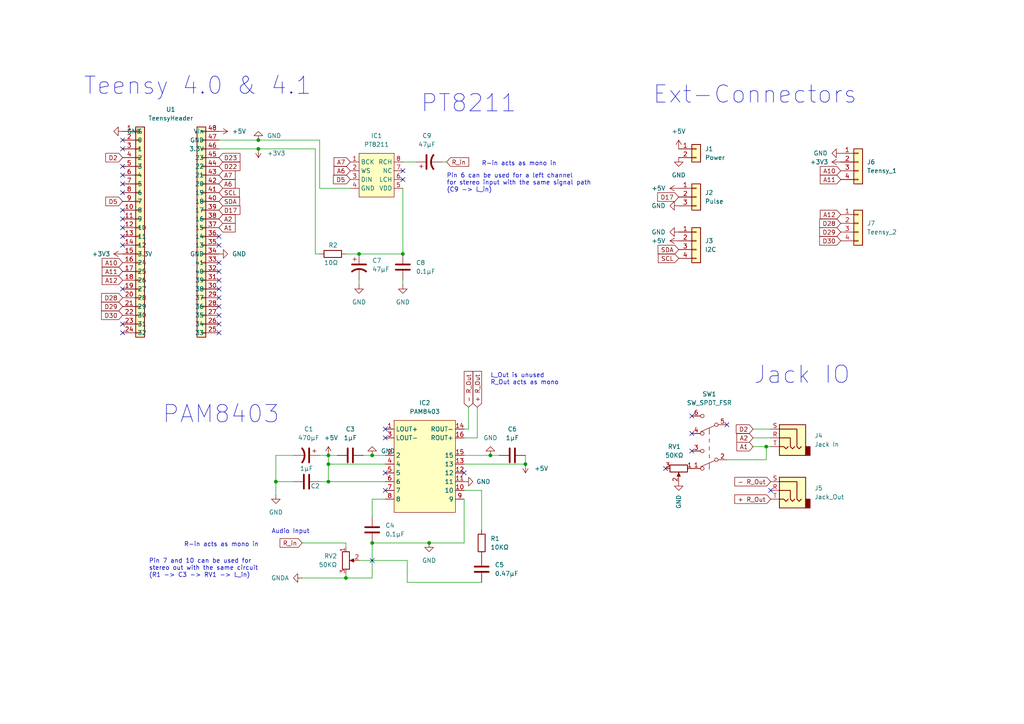
<source format=kicad_sch>
(kicad_sch (version 20211123) (generator eeschema)
  (paper "A4")
  (title_block (title "TEENSY 4 HAPTISHIELD") (date "2022-09-07") (rev "3") (company "SENSORIMOTOR INTERACTION GROUP") (comment 1 "COURTNEY N. REED & VALENTIN MARTINEZ-MISSIR"))
  (lib_symbols
    (symbol "Connector:AudioJack3"
      (property "Reference" "J" (at 0 8.89 0))
      (property "Value" "AudioJack3" (at 0 6.35 0))
      (symbol "AudioJack3_0_1"
        (rectangle (start -5.08 -5.08) (end -6.35 -2.54) (stroke (width 0.254)) (fill (type outline)))
        (polyline (pts (xy 0 -2.54) (xy 0.635 -3.175) (xy 1.27 -2.54) (xy 2.54 -2.54)) (stroke (width 0.254)))
        (polyline (pts (xy -1.905 -2.54) (xy -1.27 -3.175) (xy -0.635 -2.54) (xy -0.635 0) (xy 2.54 0)) (stroke (width 0.254)))
        (polyline (pts (xy 2.54 2.54) (xy -2.54 2.54) (xy -2.54 -2.54) (xy -3.175 -3.175) (xy -3.81 -2.54)) (stroke (width 0.254)))
        (rectangle (start 2.54 3.81) (end -5.08 -5.08) (stroke (width 0.254)) (fill (type background)))
      )
      (symbol "AudioJack3_1_1"
        (pin passive line (at 5.08 0 180) (length 2.54) (name "~") (number "R"))
        (pin passive line (at 5.08 2.54 180) (length 2.54) (name "~") (number "S"))
        (pin passive line (at 5.08 -2.54 180) (length 2.54) (name "~") (number "T"))
      )
    )
    (symbol "Connector_Generic:Conn_01x02" (pin_names (offset 1.016) hide)
      (property "Reference" "J" (at 0 2.54 0))
      (property "Value" "Conn_01x02" (at 0 -5.08 0))
      (symbol "Conn_01x02_1_1"
        (rectangle (start -1.27 -2.413) (end 0 -2.667) (stroke (width 0.1524)))
        (rectangle (start -1.27 0.127) (end 0 -0.127) (stroke (width 0.1524)))
        (rectangle (start -1.27 1.27) (end 1.27 -3.81) (stroke (width 0.254)) (fill (type background)))
        (pin passive line (at -5.08 0 0) (length 3.81) (name "Pin_1") (number "1"))
        (pin passive line (at -5.08 -2.54 0) (length 3.81) (name "Pin_2") (number "2"))
      )
    )
    (symbol "Connector_Generic:Conn_01x03" (pin_names (offset 1.016) hide)
      (property "Reference" "J" (at 0 5.08 0))
      (property "Value" "Conn_01x03" (at 0 -5.08 0))
      (symbol "Conn_01x03_1_1"
        (rectangle (start -1.27 -2.413) (end 0 -2.667) (stroke (width 0.1524)))
        (rectangle (start -1.27 0.127) (end 0 -0.127) (stroke (width 0.1524)))
        (rectangle (start -1.27 2.667) (end 0 2.413) (stroke (width 0.1524)))
        (rectangle (start -1.27 3.81) (end 1.27 -3.81) (stroke (width 0.254)) (fill (type background)))
        (pin passive line (at -5.08 2.54 0) (length 3.81) (name "Pin_1") (number "1"))
        (pin passive line (at -5.08 0 0) (length 3.81) (name "Pin_2") (number "2"))
        (pin passive line (at -5.08 -2.54 0) (length 3.81) (name "Pin_3") (number "3"))
      )
    )
    (symbol "Connector_Generic:Conn_01x04" (pin_names (offset 1.016) hide)
      (property "Reference" "J" (at 0 5.08 0))
      (property "Value" "Conn_01x04" (at 0 -7.62 0))
      (symbol "Conn_01x04_1_1"
        (rectangle (start -1.27 -4.953) (end 0 -5.207) (stroke (width 0.1524)))
        (rectangle (start -1.27 -2.413) (end 0 -2.667) (stroke (width 0.1524)))
        (rectangle (start -1.27 0.127) (end 0 -0.127) (stroke (width 0.1524)))
        (rectangle (start -1.27 2.667) (end 0 2.413) (stroke (width 0.1524)))
        (rectangle (start -1.27 3.81) (end 1.27 -6.35) (stroke (width 0.254)) (fill (type background)))
        (pin passive line (at -5.08 2.54 0) (length 3.81) (name "Pin_1") (number "1"))
        (pin passive line (at -5.08 0 0) (length 3.81) (name "Pin_2") (number "2"))
        (pin passive line (at -5.08 -2.54 0) (length 3.81) (name "Pin_3") (number "3"))
        (pin passive line (at -5.08 -5.08 0) (length 3.81) (name "Pin_4") (number "4"))
      )
    )
    (symbol "Device:C" (pin_numbers hide) (pin_names (offset 0.254))
      (property "Reference" "C" (at 0.635 2.54 0))
      (property "Value" "C" (at 0.635 -2.54 0))
      (symbol "C_0_1"
        (polyline (pts (xy -2.032 -0.762) (xy 2.032 -0.762)) (stroke (width 0.508)))
        (polyline (pts (xy -2.032 0.762) (xy 2.032 0.762)) (stroke (width 0.508)))
      )
      (symbol "C_1_1"
        (pin passive line (at 0 3.81 270) (length 2.794) (name "~") (number "1"))
        (pin passive line (at 0 -3.81 90) (length 2.794) (name "~") (number "2"))
      )
    )
    (symbol "Device:C_Polarized_US" (pin_numbers hide) (pin_names (offset 0.254) hide)
      (property "Reference" "C" (at 0.635 2.54 0))
      (property "Value" "C_Polarized_US" (at 0.635 -2.54 0))
      (symbol "C_Polarized_US_0_1"
        (polyline (pts (xy -2.032 0.762) (xy 2.032 0.762)) (stroke (width 0.508)))
        (polyline (pts (xy -1.778 2.286) (xy -0.762 2.286)))
        (polyline (pts (xy -1.27 1.778) (xy -1.27 2.794)))
        (arc (start 2.032 -1.27) (mid 0 -0.5572) (end -2.032 -1.27) (stroke (width 0.508)))
      )
      (symbol "C_Polarized_US_1_1"
        (pin passive line (at 0 3.81 270) (length 2.794) (name "~") (number "1"))
        (pin passive line (at 0 -3.81 90) (length 3.302) (name "~") (number "2"))
      )
    )
    (symbol "Device:R" (pin_numbers hide) (pin_names (offset 0))
      (property "Reference" "R" (at 2.032 0 90))
      (property "Value" "R" (at 0 0 90))
      (symbol "R_0_1"
        (rectangle (start -1.016 -2.54) (end 1.016 2.54) (stroke (width 0.254)))
      )
      (symbol "R_1_1"
        (pin passive line (at 0 3.81 270) (length 1.27) (name "~") (number "1"))
        (pin passive line (at 0 -3.81 90) (length 1.27) (name "~") (number "2"))
      )
    )
    (symbol "Device:R_Potentiometer" (pin_names (offset 1.016) hide)
      (property "Reference" "RV" (at -4.445 0 90))
      (property "Value" "R_Potentiometer" (at -2.54 0 90))
      (symbol "R_Potentiometer_0_1"
        (polyline (pts (xy 2.54 0) (xy 1.524 0)))
        (polyline (pts (xy 1.143 0) (xy 2.286 0.508) (xy 2.286 -0.508) (xy 1.143 0)) (fill (type outline)))
        (rectangle (start 1.016 2.54) (end -1.016 -2.54) (stroke (width 0.254)))
      )
      (symbol "R_Potentiometer_1_1"
        (pin passive line (at 0 3.81 270) (length 1.27) (name "1") (number "1"))
        (pin passive line (at 3.81 0 180) (length 1.27) (name "2") (number "2"))
        (pin passive line (at 0 -3.81 90) (length 1.27) (name "3") (number "3"))
      )
    )
    (symbol "HapticServo:PAM8403"
      (property "Reference" "U" (at 0 0 0))
      (property "Value" "PAM8403" (at 0 2.54 0))
      (symbol "PAM8403_0_1"
        (rectangle (start -8.89 -2.54) (end 8.89 -29.21) (fill (type background)))
      )
      (symbol "PAM8403_1_1"
        (pin passive line (at -11.43 -5.08 0) (length 2.54) (name "LOUT+") (number "1"))
        (pin passive line (at 11.43 -22.86 180) (length 2.54) (name "10") (number "10"))
        (pin passive line (at 11.43 -20.32 180) (length 2.54) (name "11") (number "11"))
        (pin passive line (at 11.43 -17.78 180) (length 2.54) (name "12") (number "12"))
        (pin passive line (at 11.43 -15.24 180) (length 2.54) (name "13") (number "13"))
        (pin passive line (at 11.43 -5.08 180) (length 2.54) (name "ROUT-") (number "14"))
        (pin passive line (at 11.43 -12.7 180) (length 2.54) (name "15") (number "15"))
        (pin passive line (at 11.43 -7.62 180) (length 2.54) (name "ROUT+") (number "16"))
        (pin passive line (at -11.43 -12.7 0) (length 2.54) (name "2") (number "2"))
        (pin passive line (at -11.43 -7.62 0) (length 2.54) (name "LOUT-") (number "3"))
        (pin passive line (at -11.43 -15.24 0) (length 2.54) (name "4") (number "4"))
        (pin passive line (at -11.43 -17.78 0) (length 2.54) (name "5") (number "5"))
        (pin passive line (at -11.43 -20.32 0) (length 2.54) (name "6") (number "6"))
        (pin passive line (at -11.43 -22.86 0) (length 2.54) (name "7") (number "7"))
        (pin passive line (at -11.43 -25.4 0) (length 2.54) (name "8") (number "8"))
        (pin passive line (at 11.43 -25.4 180) (length 2.54) (name "9") (number "9"))
      )
    )
    (symbol "HapticServo:PT8211"
      (property "Reference" "IC" (at 2.54 -15.24 0))
      (property "Value" "PT8211" (at 2.54 0 0))
      (symbol "PT8211_0_1"
        (rectangle (start -2.54 -1.27) (end 7.62 -13.97) (fill (type background)))
      )
      (symbol "PT8211_1_1"
        (pin input line (at -5.08 -3.81 0) (length 2.54) (name "BCK") (number "1"))
        (pin input line (at -5.08 -6.35 0) (length 2.54) (name "WS") (number "2"))
        (pin input line (at -5.08 -8.89 0) (length 2.54) (name "DIN") (number "3"))
        (pin input line (at -5.08 -11.43 0) (length 2.54) (name "GND") (number "4"))
        (pin input line (at 10.16 -11.43 180) (length 2.54) (name "VDD") (number "5"))
        (pin input line (at 10.16 -8.89 180) (length 2.54) (name "LCH") (number "6"))
        (pin input line (at 10.16 -6.35 180) (length 2.54) (name "NC") (number "7"))
        (pin input line (at 10.16 -3.81 180) (length 2.54) (name "RCH") (number "8"))
      )
    )
    (symbol "HapticServo:TeensyHeader"
      (property "Reference" "U" (at 0 0 0))
      (property "Value" "TeensyHeader" (at 0 0 0))
      (symbol "TeensyHeader_1_1"
        (rectangle (start -11.43 -63.373) (end -10.16 -63.627) (stroke (width 0.1524)))
        (rectangle (start -11.43 -60.833) (end -10.16 -61.087) (stroke (width 0.1524)))
        (rectangle (start -11.43 -58.293) (end -10.16 -58.547) (stroke (width 0.1524)))
        (rectangle (start -11.43 -55.753) (end -10.16 -56.007) (stroke (width 0.1524)))
        (rectangle (start -11.43 -53.213) (end -10.16 -53.467) (stroke (width 0.1524)))
        (rectangle (start -11.43 -50.673) (end -10.16 -50.927) (stroke (width 0.1524)))
        (rectangle (start -11.43 -48.133) (end -10.16 -48.387) (stroke (width 0.1524)))
        (rectangle (start -11.43 -45.593) (end -10.16 -45.847) (stroke (width 0.1524)))
        (rectangle (start -11.43 -43.053) (end -10.16 -43.307) (stroke (width 0.1524)))
        (rectangle (start -11.43 -40.513) (end -10.16 -40.767) (stroke (width 0.1524)))
        (rectangle (start -11.43 -37.973) (end -10.16 -38.227) (stroke (width 0.1524)))
        (rectangle (start -11.43 -35.433) (end -10.16 -35.687) (stroke (width 0.1524)))
        (rectangle (start -11.43 -32.893) (end -10.16 -33.147) (stroke (width 0.1524)))
        (rectangle (start -11.43 -30.353) (end -10.16 -30.607) (stroke (width 0.1524)))
        (rectangle (start -11.43 -27.813) (end -10.16 -28.067) (stroke (width 0.1524)))
        (rectangle (start -11.43 -25.273) (end -10.16 -25.527) (stroke (width 0.1524)))
        (rectangle (start -11.43 -22.733) (end -10.16 -22.987) (stroke (width 0.1524)))
        (rectangle (start -11.43 -20.193) (end -10.16 -20.447) (stroke (width 0.1524)))
        (rectangle (start -11.43 -17.653) (end -10.16 -17.907) (stroke (width 0.1524)))
        (rectangle (start -11.43 -15.113) (end -10.16 -15.367) (stroke (width 0.1524)))
        (rectangle (start -11.43 -12.573) (end -10.16 -12.827) (stroke (width 0.1524)))
        (rectangle (start -11.43 -10.033) (end -10.16 -10.287) (stroke (width 0.1524)))
        (rectangle (start -11.43 -7.493) (end -10.16 -7.747) (stroke (width 0.1524)))
        (rectangle (start -11.43 -4.953) (end -10.16 -5.207) (stroke (width 0.1524)))
        (rectangle (start -11.43 -3.81) (end -8.89 -64.77) (stroke (width 0.254)) (fill (type background)))
        (rectangle (start 8.89 -64.77) (end 6.35 -3.81) (stroke (width 0.254)) (fill (type background)))
        (rectangle (start 8.89 -63.627) (end 7.62 -63.373) (stroke (width 0.1524)))
        (rectangle (start 8.89 -61.087) (end 7.62 -60.833) (stroke (width 0.1524)))
        (rectangle (start 8.89 -58.547) (end 7.62 -58.293) (stroke (width 0.1524)))
        (rectangle (start 8.89 -56.007) (end 7.62 -55.753) (stroke (width 0.1524)))
        (rectangle (start 8.89 -53.467) (end 7.62 -53.213) (stroke (width 0.1524)))
        (rectangle (start 8.89 -50.927) (end 7.62 -50.673) (stroke (width 0.1524)))
        (rectangle (start 8.89 -48.387) (end 7.62 -48.133) (stroke (width 0.1524)))
        (rectangle (start 8.89 -45.847) (end 7.62 -45.593) (stroke (width 0.1524)))
        (rectangle (start 8.89 -43.307) (end 7.62 -43.053) (stroke (width 0.1524)))
        (rectangle (start 8.89 -40.767) (end 7.62 -40.513) (stroke (width 0.1524)))
        (rectangle (start 8.89 -38.227) (end 7.62 -37.973) (stroke (width 0.1524)))
        (rectangle (start 8.89 -35.687) (end 7.62 -35.433) (stroke (width 0.1524)))
        (rectangle (start 8.89 -33.147) (end 7.62 -32.893) (stroke (width 0.1524)))
        (rectangle (start 8.89 -30.607) (end 7.62 -30.353) (stroke (width 0.1524)))
        (rectangle (start 8.89 -28.067) (end 7.62 -27.813) (stroke (width 0.1524)))
        (rectangle (start 8.89 -25.527) (end 7.62 -25.273) (stroke (width 0.1524)))
        (rectangle (start 8.89 -22.987) (end 7.62 -22.733) (stroke (width 0.1524)))
        (rectangle (start 8.89 -20.447) (end 7.62 -20.193) (stroke (width 0.1524)))
        (rectangle (start 8.89 -17.907) (end 7.62 -17.653) (stroke (width 0.1524)))
        (rectangle (start 8.89 -15.367) (end 7.62 -15.113) (stroke (width 0.1524)))
        (rectangle (start 8.89 -12.827) (end 7.62 -12.573) (stroke (width 0.1524)))
        (rectangle (start 8.89 -10.287) (end 7.62 -10.033) (stroke (width 0.1524)))
        (rectangle (start 8.89 -7.747) (end 7.62 -7.493) (stroke (width 0.1524)))
        (rectangle (start 8.89 -5.207) (end 7.62 -4.953) (stroke (width 0.1524)))
        (pin passive line (at -15.24 -5.08 0) (length 3.81) (name "G") (number "1"))
        (pin passive line (at -15.24 -27.94 0) (length 3.81) (name "8") (number "10"))
        (pin passive line (at -15.24 -30.48 0) (length 3.81) (name "9") (number "11"))
        (pin passive line (at -15.24 -33.02 0) (length 3.81) (name "10") (number "12"))
        (pin passive line (at -15.24 -35.56 0) (length 3.81) (name "11") (number "13"))
        (pin passive line (at -15.24 -38.1 0) (length 3.81) (name "12") (number "14"))
        (pin passive line (at -15.24 -40.64 0) (length 3.81) (name "3.3V") (number "15"))
        (pin passive line (at -15.24 -43.18 0) (length 3.81) (name "24") (number "16"))
        (pin passive line (at -15.24 -45.72 0) (length 3.81) (name "25") (number "17"))
        (pin passive line (at -15.24 -48.26 0) (length 3.81) (name "26") (number "18"))
        (pin passive line (at -15.24 -50.8 0) (length 3.81) (name "27") (number "19"))
        (pin passive line (at -15.24 -7.62 0) (length 3.81) (name "0") (number "2"))
        (pin passive line (at -15.24 -53.34 0) (length 3.81) (name "28") (number "20"))
        (pin passive line (at -15.24 -55.88 0) (length 3.81) (name "29") (number "21"))
        (pin passive line (at -15.24 -58.42 0) (length 3.81) (name "30") (number "22"))
        (pin passive line (at -15.24 -60.96 0) (length 3.81) (name "31") (number "23"))
        (pin passive line (at -15.24 -63.5 0) (length 3.81) (name "32") (number "24"))
        (pin passive line (at 12.7 -63.5 180) (length 3.81) (name "33") (number "25"))
        (pin passive line (at 12.7 -60.96 180) (length 3.81) (name "34") (number "26"))
        (pin passive line (at 12.7 -58.42 180) (length 3.81) (name "35") (number "27"))
        (pin passive line (at 12.7 -55.88 180) (length 3.81) (name "36") (number "28"))
        (pin passive line (at 12.7 -53.34 180) (length 3.81) (name "37") (number "29"))
        (pin passive line (at -15.24 -10.16 0) (length 3.81) (name "1") (number "3"))
        (pin passive line (at 12.7 -50.8 180) (length 3.81) (name "38") (number "30"))
        (pin passive line (at 12.7 -48.26 180) (length 3.81) (name "39") (number "31"))
        (pin passive line (at 12.7 -45.72 180) (length 3.81) (name "40") (number "32"))
        (pin passive line (at 12.7 -43.18 180) (length 3.81) (name "41") (number "33"))
        (pin passive line (at 12.7 -40.64 180) (length 3.81) (name "GND") (number "34"))
        (pin passive line (at 12.7 -38.1 180) (length 3.81) (name "13") (number "35"))
        (pin passive line (at 12.7 -35.56 180) (length 3.81) (name "14") (number "36"))
        (pin passive line (at 12.7 -33.02 180) (length 3.81) (name "15") (number "37"))
        (pin passive line (at 12.7 -30.48 180) (length 3.81) (name "16") (number "38"))
        (pin passive line (at 12.7 -27.94 180) (length 3.81) (name "17") (number "39"))
        (pin passive line (at -15.24 -12.7 0) (length 3.81) (name "2") (number "4"))
        (pin passive line (at 12.7 -25.4 180) (length 3.81) (name "18") (number "40"))
        (pin passive line (at 12.7 -22.86 180) (length 3.81) (name "19") (number "41"))
        (pin passive line (at 12.7 -20.32 180) (length 3.81) (name "20") (number "42"))
        (pin passive line (at 12.7 -17.78 180) (length 3.81) (name "21") (number "43"))
        (pin passive line (at 12.7 -15.24 180) (length 3.81) (name "22") (number "44"))
        (pin passive line (at 12.7 -12.7 180) (length 3.81) (name "23") (number "45"))
        (pin passive line (at 12.7 -10.16 180) (length 3.81) (name "3.3V") (number "46"))
        (pin passive line (at 12.7 -7.62 180) (length 3.81) (name "GND") (number "47"))
        (pin passive line (at 12.7 -5.08 180) (length 3.81) (name "Vin") (number "48"))
        (pin passive line (at -15.24 -15.24 0) (length 3.81) (name "3") (number "5"))
        (pin passive line (at -15.24 -17.78 0) (length 3.81) (name "4") (number "6"))
        (pin passive line (at -15.24 -20.32 0) (length 3.81) (name "5") (number "7"))
        (pin passive line (at -15.24 -22.86 0) (length 3.81) (name "6") (number "8"))
        (pin passive line (at -15.24 -25.4 0) (length 3.81) (name "7") (number "9"))
      )
    )
    (symbol "Switch:SW_Push_DPDT" (pin_names (offset 0) hide)
      (property "Reference" "SW" (at 0 8.89 0))
      (property "Value" "SW_Push_DPDT" (at 0 -10.16 0))
      (symbol "SW_Push_DPDT_0_0"
        (circle (center -2.032 -5.08) (radius 0.508))
        (circle (center -2.032 5.08) (radius 0.508))
        (circle (center 2.032 -7.62) (radius 0.508))
        (circle (center 2.032 2.54) (radius 0.508))
      )
      (symbol "SW_Push_DPDT_0_1"
        (polyline (pts (xy -1.524 -4.826) (xy 2.54 -3.048)))
        (polyline (pts (xy -1.524 5.334) (xy 2.54 7.112)))
        (polyline (pts (xy 0 -2.286) (xy 0 -4.064)))
        (polyline (pts (xy 0 -1.016) (xy 0 0)))
        (polyline (pts (xy 0 1.27) (xy 0 2.286)))
        (polyline (pts (xy 0 3.556) (xy 0 4.572)))
        (polyline (pts (xy 0 7.874) (xy 0 6.096)))
        (circle (center 2.032 -2.54) (radius 0.508))
        (circle (center 2.032 7.62) (radius 0.508))
      )
      (symbol "SW_Push_DPDT_1_1"
        (pin passive line (at 5.08 7.62 180) (length 2.54) (name "A") (number "1"))
        (pin passive line (at -5.08 5.08 0) (length 2.54) (name "B") (number "2"))
        (pin passive line (at 5.08 2.54 180) (length 2.54) (name "C") (number "3"))
        (pin passive line (at 5.08 -2.54 180) (length 2.54) (name "A") (number "4"))
        (pin passive line (at -5.08 -5.08 0) (length 2.54) (name "B") (number "5"))
        (pin passive line (at 5.08 -7.62 180) (length 2.54) (name "C") (number "6"))
      )
    )
    (symbol "power:+3.3V" (power) (pin_names (offset 0))
      (property "Value" "+3.3V" (at 0 3.556 0))
      (symbol "+3.3V_0_1"
        (polyline (pts (xy -0.762 1.27) (xy 0 2.54)))
        (polyline (pts (xy 0 0) (xy 0 2.54)))
        (polyline (pts (xy 0 2.54) (xy 0.762 1.27)))
      )
      (symbol "+3.3V_1_1"
        (pin power_in line (at 0 0 90) (length 0) hide (name "+3V3") (number "1"))
      )
    )
    (symbol "power:+5V" (power) (pin_names (offset 0))
      (property "Value" "+5V" (at 0 3.556 0))
      (symbol "+5V_0_1"
        (polyline (pts (xy -0.762 1.27) (xy 0 2.54)))
        (polyline (pts (xy 0 0) (xy 0 2.54)))
        (polyline (pts (xy 0 2.54) (xy 0.762 1.27)))
      )
      (symbol "+5V_1_1"
        (pin power_in line (at 0 0 90) (length 0) hide (name "+5V") (number "1"))
      )
    )
    (symbol "power:GND" (power) (pin_names (offset 0))
      (property "Value" "GND" (at 0 -3.81 0))
      (symbol "GND_0_1"
        (polyline (pts (xy 0 0) (xy 0 -1.27) (xy 1.27 -1.27) (xy 0 -2.54) (xy -1.27 -1.27) (xy 0 -1.27)))
      )
      (symbol "GND_1_1"
        (pin power_in line (at 0 0 270) (length 0) hide (name "GND") (number "1"))
      )
    )
    (symbol "power:GNDA" (power) (pin_names (offset 0))
      (property "Value" "GNDA" (at 0 -3.81 0))
      (symbol "GNDA_0_1"
        (polyline (pts (xy 0 0) (xy 0 -1.27) (xy 1.27 -1.27) (xy 0 -2.54) (xy -1.27 -1.27) (xy 0 -1.27)))
      )
      (symbol "GNDA_1_1"
        (pin power_in line (at 0 0 270) (length 0) hide (name "GNDA") (number "1"))
      )
    )
  )
  (junction (at 100.33 167.64))
  (junction (at 222.25 129.54))
  (junction (at 104.14 73.66))
  (junction (at 124.46 157.48))
  (junction (at 107.95 157.48))
  (junction (at 95.25 139.7))
  (junction (at 80.01 139.7))
  (junction (at 95.25 134.62))
  (junction (at 95.25 132.08))
  (junction (at 152.4 134.62))
  (junction (at 142.24 132.08))
  (junction (at 107.95 132.08))
  (junction (at 116.84 73.66))
  (junction (at 74.93 43.18))
  (junction (at 74.93 40.64))
  (no_connect (at 63.5 83.82))
  (no_connect (at 200.66 125.73))
  (no_connect (at 210.82 123.19))
  (no_connect (at 200.66 130.81))
  (no_connect (at 35.56 96.52))
  (no_connect (at 35.56 43.18))
  (no_connect (at 116.84 49.53))
  (no_connect (at 35.56 71.12))
  (no_connect (at 35.56 55.88))
  (no_connect (at 63.5 71.12))
  (no_connect (at 35.56 63.5))
  (no_connect (at 35.56 93.98))
  (no_connect (at 63.5 91.44))
  (no_connect (at 35.56 48.26))
  (no_connect (at 35.56 68.58))
  (no_connect (at 35.56 83.82))
  (no_connect (at 223.52 142.24))
  (no_connect (at 35.56 66.04))
  (no_connect (at 111.76 142.24))
  (no_connect (at 35.56 60.96))
  (no_connect (at 63.5 93.98))
  (no_connect (at 193.04 135.89))
  (no_connect (at 63.5 86.36))
  (no_connect (at 35.56 53.34))
  (no_connect (at 200.66 120.65))
  (no_connect (at 35.56 50.8))
  (no_connect (at 111.76 137.16))
  (no_connect (at 63.5 76.2))
  (no_connect (at 63.5 68.58))
  (no_connect (at 63.5 88.9))
  (no_connect (at 63.5 81.28))
  (no_connect (at 63.5 78.74))
  (no_connect (at 134.62 137.16))
  (no_connect (at 35.56 40.64))
  (no_connect (at 111.76 127))
  (no_connect (at 111.76 124.46))
  (no_connect (at 116.84 52.07))
  (no_connect (at 63.5 96.52))
  (no_connect (at 107.95 162.56))
  (wire (pts (xy 95.25 134.62) (xy 95.25 139.7)))
  (wire (pts (xy 107.95 157.48) (xy 107.95 167.64)))
  (wire (pts (xy 92.71 54.61) (xy 101.6 54.61)))
  (wire (pts (xy 74.93 43.18) (xy 91.44 43.18)))
  (wire (pts (xy 111.76 144.78) (xy 107.95 144.78)))
  (wire (pts (xy 92.71 73.66) (xy 91.44 73.66)))
  (wire (pts (xy 128.27 46.99) (xy 129.54 46.99)))
  (wire (pts (xy 104.14 73.66) (xy 116.84 73.66)))
  (wire (pts (xy 92.71 40.64) (xy 92.71 54.61)))
  (wire (pts (xy 80.01 139.7) (xy 85.09 139.7)))
  (wire (pts (xy 80.01 139.7) (xy 80.01 143.51)))
  (wire (pts (xy 100.33 167.64) (xy 100.33 166.37)))
  (wire (pts (xy 95.25 139.7) (xy 111.76 139.7)))
  (wire (pts (xy 222.25 129.54) (xy 222.25 133.35)))
  (wire (pts (xy 116.84 46.99) (xy 120.65 46.99)))
  (wire (pts (xy 134.62 157.48) (xy 124.46 157.48)))
  (wire (pts (xy 92.71 132.08) (xy 95.25 132.08)))
  (wire (pts (xy 105.41 132.08) (xy 107.95 132.08)))
  (wire (pts (xy 134.62 127) (xy 138.43 127)))
  (wire (pts (xy 104.14 81.28) (xy 104.14 82.55)))
  (wire (pts (xy 134.62 132.08) (xy 142.24 132.08)))
  (wire (pts (xy 118.11 162.56) (xy 118.11 168.91)))
  (wire (pts (xy 118.11 168.91) (xy 139.7 168.91)))
  (wire (pts (xy 85.09 132.08) (xy 80.01 132.08)))
  (wire (pts (xy 63.5 40.64) (xy 74.93 40.64)))
  (wire (pts (xy 142.24 132.08) (xy 144.78 132.08)))
  (wire (pts (xy 95.25 132.08) (xy 97.79 132.08)))
  (wire (pts (xy 138.43 127) (xy 138.43 118.11)))
  (wire (pts (xy 100.33 73.66) (xy 104.14 73.66)))
  (wire (pts (xy 134.62 144.78) (xy 134.62 157.48)))
  (wire (pts (xy 92.71 139.7) (xy 95.25 139.7)))
  (wire (pts (xy 218.44 127) (xy 223.52 127)))
  (wire (pts (xy 222.25 129.54) (xy 223.52 129.54)))
  (wire (pts (xy 95.25 132.08) (xy 95.25 134.62)))
  (wire (pts (xy 74.93 40.64) (xy 92.71 40.64)))
  (wire (pts (xy 134.62 134.62) (xy 152.4 134.62)))
  (wire (pts (xy 107.95 167.64) (xy 100.33 167.64)))
  (wire (pts (xy 134.62 142.24) (xy 139.7 142.24)))
  (wire (pts (xy 222.25 133.35) (xy 210.82 133.35)))
  (wire (pts (xy 134.62 124.46) (xy 135.89 124.46)))
  (wire (pts (xy 218.44 124.46) (xy 223.52 124.46)))
  (wire (pts (xy 139.7 142.24) (xy 139.7 153.67)))
  (wire (pts (xy 91.44 73.66) (xy 91.44 43.18)))
  (wire (pts (xy 80.01 132.08) (xy 80.01 139.7)))
  (wire (pts (xy 87.63 157.48) (xy 100.33 157.48)))
  (wire (pts (xy 100.33 157.48) (xy 100.33 158.75)))
  (wire (pts (xy 107.95 132.08) (xy 111.76 132.08)))
  (wire (pts (xy 116.84 81.28) (xy 116.84 82.55)))
  (wire (pts (xy 95.25 134.62) (xy 111.76 134.62)))
  (wire (pts (xy 135.89 118.11) (xy 135.89 124.46)))
  (wire (pts (xy 107.95 144.78) (xy 107.95 149.86)))
  (wire (pts (xy 152.4 132.08) (xy 152.4 134.62)))
  (wire (pts (xy 104.14 162.56) (xy 118.11 162.56)))
  (wire (pts (xy 63.5 43.18) (xy 74.93 43.18)))
  (wire (pts (xy 218.44 129.54) (xy 222.25 129.54)))
  (wire (pts (xy 87.63 167.64) (xy 100.33 167.64)))
  (wire (pts (xy 107.95 157.48) (xy 124.46 157.48)))
  (wire (pts (xy 116.84 54.61) (xy 116.84 73.66)))
  (text "Jack IO" (at 218.44 111.76 0) (effects (font (size 5 5)) (justify left bottom)))
  (text "R-in acts as mono in" (at 53.34 158.75 0) (effects (font (size 1.27 1.27)) (justify left bottom)))
  (text "Pin 7 and 10 can be used for \nstereo out with the same circuit \n(R1 -> C3 -> RV1 -> L_in)" (at 43.18 167.64 0) (effects (font (size 1.27 1.27)) (justify left bottom)))
  (text "R-in acts as mono in" (at 139.7 48.26 0) (effects (font (size 1.27 1.27)) (justify left bottom)))
  (text "Audio Input" (at 78.74 154.94 0) (effects (font (size 1.27 1.27)) (justify left bottom)))
  (text "PAM8403" (at 46.99 123.19 0) (effects (font (size 5 5)) (justify left bottom)))
  (text "PT8211" (at 121.92 33.02 0) (effects (font (size 5 5)) (justify left bottom)))
  (text "Pin 6 can be used for a left channel\nfor stereo input with the same signal path\n(C9 -> L_in)" (at 129.54 55.88 0) (effects (font (size 1.27 1.27)) (justify left bottom)))
  (text "Ext-Connectors" (at 189.23 30.48 0) (effects (font (size 5 5)) (justify left bottom)))
  (text "Teensy 4.0 & 4.1" (at 24.13 27.94 0) (effects (font (size 5 5)) (justify left bottom)))
  (text "L_Out is unused \nR_Out acts as mono" (at 142.24 111.76 0) (effects (font (size 1.27 1.27)) (justify left bottom)))
  (global_label "+ R_Out" (shape input) (at 223.52 144.78 180) (property "Intersheet References" "${INTERSHEET_REFS}" (effects hide)))
  (global_label "A12" (shape input) (at 243.84 62.23 180) (property "Intersheet References" "${INTERSHEET_REFS}" (effects hide)))
  (global_label "A6" (shape input) (at 101.6 49.53 180) (property "Intersheet References" "${INTERSHEET_REFS}" (effects hide)))
  (global_label "D17" (shape input) (at 196.85 57.15 180) (property "Intersheet References" "${INTERSHEET_REFS}" (effects hide)))
  (global_label "D2" (shape input) (at 35.56 45.72 180) (property "Intersheet References" "${INTERSHEET_REFS}" (effects hide)))
  (global_label "D23" (shape input) (at 63.5 45.72 0) (property "Intersheet References" "${INTERSHEET_REFS}" (effects hide)))
  (global_label "D28" (shape input) (at 35.56 86.36 180) (property "Intersheet References" "${INTERSHEET_REFS}" (effects hide)))
  (global_label "A2" (shape input) (at 63.5 63.5 0) (property "Intersheet References" "${INTERSHEET_REFS}" (effects hide)))
  (global_label "A10" (shape input) (at 243.84 49.53 180) (property "Intersheet References" "${INTERSHEET_REFS}" (effects hide)))
  (global_label "A7" (shape input) (at 101.6 46.99 180) (property "Intersheet References" "${INTERSHEET_REFS}" (effects hide)))
  (global_label "- R_Out" (shape input) (at 135.89 118.11 90) (property "Intersheet References" "${INTERSHEET_REFS}" (effects hide)))
  (global_label "+ R_Out" (shape input) (at 138.43 118.11 90) (property "Intersheet References" "${INTERSHEET_REFS}" (effects hide)))
  (global_label "A2" (shape input) (at 218.44 127 180) (property "Intersheet References" "${INTERSHEET_REFS}" (effects hide)))
  (global_label "D5" (shape input) (at 101.6 52.07 180) (property "Intersheet References" "${INTERSHEET_REFS}" (effects hide)))
  (global_label "D29" (shape input) (at 243.84 67.31 180) (property "Intersheet References" "${INTERSHEET_REFS}" (effects hide)))
  (global_label "A11" (shape input) (at 35.56 78.74 180) (property "Intersheet References" "${INTERSHEET_REFS}" (effects hide)))
  (global_label "SDA" (shape input) (at 63.5 58.42 0) (property "Intersheet References" "${INTERSHEET_REFS}" (effects hide)))
  (global_label "A11" (shape input) (at 243.84 52.07 180) (property "Intersheet References" "${INTERSHEET_REFS}" (effects hide)))
  (global_label "- R_Out" (shape input) (at 223.52 139.7 180) (property "Intersheet References" "${INTERSHEET_REFS}" (effects hide)))
  (global_label "SCL" (shape input) (at 63.5 55.88 0) (property "Intersheet References" "${INTERSHEET_REFS}" (effects hide)))
  (global_label "SCL" (shape input) (at 196.85 74.93 180) (property "Intersheet References" "${INTERSHEET_REFS}" (effects hide)))
  (global_label "D28" (shape input) (at 243.84 64.77 180) (property "Intersheet References" "${INTERSHEET_REFS}" (effects hide)))
  (global_label "A12" (shape input) (at 35.56 81.28 180) (property "Intersheet References" "${INTERSHEET_REFS}" (effects hide)))
  (global_label "R_in" (shape input) (at 129.54 46.99 0) (property "Intersheet References" "${INTERSHEET_REFS}" (effects hide)))
  (global_label "A1" (shape input) (at 218.44 129.54 180) (property "Intersheet References" "${INTERSHEET_REFS}" (effects hide)))
  (global_label "SDA" (shape input) (at 196.85 72.39 180) (property "Intersheet References" "${INTERSHEET_REFS}" (effects hide)))
  (global_label "D29" (shape input) (at 35.56 88.9 180) (property "Intersheet References" "${INTERSHEET_REFS}" (effects hide)))
  (global_label "D22" (shape input) (at 63.5 48.26 0) (property "Intersheet References" "${INTERSHEET_REFS}" (effects hide)))
  (global_label "R_in" (shape input) (at 87.63 157.48 180) (property "Intersheet References" "${INTERSHEET_REFS}" (effects hide)))
  (global_label "D30" (shape input) (at 243.84 69.85 180) (property "Intersheet References" "${INTERSHEET_REFS}" (effects hide)))
  (global_label "D5" (shape input) (at 35.56 58.42 180) (property "Intersheet References" "${INTERSHEET_REFS}" (effects hide)))
  (global_label "D17" (shape input) (at 63.5 60.96 0) (property "Intersheet References" "${INTERSHEET_REFS}" (effects hide)))
  (global_label "A10" (shape input) (at 35.56 76.2 180) (property "Intersheet References" "${INTERSHEET_REFS}" (effects hide)))
  (global_label "A1" (shape input) (at 63.5 66.04 0) (property "Intersheet References" "${INTERSHEET_REFS}" (effects hide)))
  (global_label "A6" (shape input) (at 63.5 53.34 0) (property "Intersheet References" "${INTERSHEET_REFS}" (effects hide)))
  (global_label "A7" (shape input) (at 63.5 50.8 0) (property "Intersheet References" "${INTERSHEET_REFS}" (effects hide)))
  (global_label "D30" (shape input) (at 35.56 91.44 180) (property "Intersheet References" "${INTERSHEET_REFS}" (effects hide)))
  (global_label "D2" (shape input) (at 218.44 124.46 180) (property "Intersheet References" "${INTERSHEET_REFS}" (effects hide)))
  (symbol (lib_id "Device:C") (at 88.9 139.7 90) (unit 1)
    (property "Reference" "C2" (at 91.44 140.97 90))
    (property "Value" "1µF" (at 88.9 135.89 90))
    (property "Footprint" "Capacitor_SMD:C_0805_2012Metric_Pad1.18x1.45mm_HandSolder" (effects hide))
  )
  (symbol (lib_id "power:GND") (at 142.24 132.08 180) (unit 1)
    (property "Reference" "#PWR0116" (effects hide))
    (property "Value" "GND" (at 142.24 127 0))
  )
  (symbol (lib_id "HapticServo:TeensyHeader") (at 50.8 33.02 0) (unit 1)
    (property "Reference" "U1" (at 49.53 31.75 0))
    (property "Value" "TeensyHeader" (at 49.53 34.29 0))
    (property "Footprint" "HS-footprints:Teensy41" (effects hide))
  )
  (symbol (lib_id "Device:C_Polarized_US") (at 124.46 46.99 90) (unit 1)
    (property "Reference" "C9" (at 123.825 39.37 90))
    (property "Value" "47µF" (at 123.825 41.91 90))
    (property "Footprint" "Capacitor_THT:CP_Radial_D4.0mm_P1.50mm" (effects hide))
  )
  (symbol (lib_id "HapticServo:PT8211") (at 106.68 43.18 0) (unit 1)
    (property "Reference" "IC1" (at 109.22 39.37 0))
    (property "Value" "PT8211" (at 109.22 41.91 0))
    (property "Footprint" "Package_SO:SOP-8_3.9x4.9mm_P1.27mm" (effects hide))
  )
  (symbol (lib_id "power:+5V") (at 196.85 43.18 0) (unit 1)
    (property "Reference" "#PWR0121" (effects hide))
    (property "Value" "+5V" (at 196.85 38.1 0))
  )
  (symbol (lib_id "Connector_Generic:Conn_01x02") (at 201.93 43.18 0) (unit 1)
    (property "Reference" "J1" (at 204.47 43.1799 0) (effects (justify left)))
    (property "Value" "Power" (at 204.47 45.72 0) (effects (justify left)))
    (property "Footprint" "Connector_PinHeader_2.54mm:PinHeader_1x02_P2.54mm_Vertical" (effects hide))
  )
  (symbol (lib_id "power:GNDA") (at 87.63 167.64 270) (unit 1)
    (property "Reference" "#PWR0111" (effects hide))
    (property "Value" "GNDA" (at 83.82 167.6399 90) (effects (justify right)))
  )
  (symbol (lib_id "Device:C") (at 107.95 153.67 0) (unit 1)
    (property "Reference" "C4" (at 111.76 152.3999 0) (effects (justify left)))
    (property "Value" "0.1µF" (at 111.76 154.9399 0) (effects (justify left)))
    (property "Footprint" "Capacitor_SMD:C_0805_2012Metric_Pad1.18x1.45mm_HandSolder" (effects hide))
  )
  (symbol (lib_id "power:GND") (at 196.85 139.7 0) (unit 1)
    (property "Reference" "#PWR0122" (effects hide))
    (property "Value" "GND" (at 196.8499 143.51 90) (effects (justify right)))
  )
  (symbol (lib_id "power:GND") (at 243.84 44.45 270) (unit 1)
    (property "Reference" "#PWR0125" (effects hide))
    (property "Value" "GND" (at 240.03 44.4499 90) (effects (justify right)))
  )
  (symbol (lib_id "power:GND") (at 196.85 59.69 270) (unit 1)
    (property "Reference" "#PWR0106" (effects hide))
    (property "Value" "GND" (at 193.04 59.6899 90) (effects (justify right)))
  )
  (symbol (lib_id "power:GND") (at 35.56 38.1 270) (unit 1)
    (property "Reference" "#PWR0114" (effects hide))
    (property "Value" "GND" (at 36.83 38.0999 90) (effects (justify left)))
  )
  (symbol (lib_id "Device:C") (at 139.7 165.1 0) (unit 1)
    (property "Reference" "C5" (at 143.51 163.8299 0) (effects (justify left)))
    (property "Value" "0.47µF" (at 143.51 166.3699 0) (effects (justify left)))
    (property "Footprint" "Capacitor_SMD:C_0805_2012Metric_Pad1.18x1.45mm_HandSolder" (effects hide))
  )
  (symbol (lib_id "power:GND") (at 80.01 143.51 0) (unit 1)
    (property "Reference" "#PWR0113" (effects hide))
    (property "Value" "GND" (at 80.01 148.59 0))
  )
  (symbol (lib_id "HapticServo:PAM8403") (at 123.19 119.38 0) (unit 1)
    (property "Reference" "IC2" (at 123.19 116.84 0))
    (property "Value" "PAM8403" (at 123.19 119.38 0))
    (property "Footprint" "Package_SO:SOIC-16_3.9x9.9mm_P1.27mm" (effects hide))
  )
  (symbol (lib_id "power:GND") (at 196.85 45.72 0) (unit 1)
    (property "Reference" "#PWR0120" (effects hide))
    (property "Value" "GND" (at 196.85 50.8 0))
  )
  (symbol (lib_id "power:GND") (at 124.46 157.48 0) (unit 1)
    (property "Reference" "#PWR0110" (effects hide))
    (property "Value" "GND" (at 124.46 162.56 0))
  )
  (symbol (lib_id "power:+3.3V") (at 74.93 43.18 180) (unit 1)
    (property "Reference" "#PWR0105" (effects hide))
    (property "Value" "+3.3V" (at 77.47 44.4499 0) (effects (justify right)))
  )
  (symbol (lib_id "Connector_Generic:Conn_01x04") (at 248.92 64.77 0) (unit 1)
    (property "Reference" "J7" (at 251.46 64.7699 0) (effects (justify left)))
    (property "Value" "Teensy_2" (at 251.46 67.3099 0) (effects (justify left)))
    (property "Footprint" "Connector_PinHeader_2.54mm:PinHeader_1x04_P2.54mm_Vertical" (effects hide))
  )
  (symbol (lib_id "power:+5V") (at 196.85 69.85 90) (unit 1)
    (property "Reference" "#PWR0109" (effects hide))
    (property "Value" "+5V" (at 193.04 69.8499 90) (effects (justify left)))
  )
  (symbol (lib_id "Device:R_Potentiometer") (at 196.85 135.89 270) (unit 1)
    (property "Reference" "RV1" (at 195.58 129.54 90))
    (property "Value" "50KΩ" (at 195.58 132.08 90))
    (property "Footprint" "3362P-1-503TLF:TRIM_3362P-1-503TLF" (effects hide))
  )
  (symbol (lib_id "power:+5V") (at 152.4 134.62 180) (unit 1)
    (property "Reference" "#PWR0118" (effects hide))
    (property "Value" "+5V" (at 154.94 135.8899 0) (effects (justify right)))
  )
  (symbol (lib_id "power:GND") (at 134.62 139.7 90) (unit 1)
    (property "Reference" "#PWR0117" (effects hide))
    (property "Value" "GND" (at 142.24 139.7 90) (effects (justify left)))
  )
  (symbol (lib_id "Device:R") (at 139.7 157.48 0) (unit 1)
    (property "Reference" "R1" (at 142.24 156.2099 0) (effects (justify left)))
    (property "Value" "10KΩ" (at 142.24 158.7499 0) (effects (justify left)))
    (property "Footprint" "Resistor_SMD:R_0805_2012Metric_Pad1.20x1.40mm_HandSolder" (effects hide))
  )
  (symbol (lib_id "power:GND") (at 116.84 82.55 0) (unit 1)
    (property "Reference" "#PWR0101" (effects hide))
    (property "Value" "GND" (at 116.84 87.63 0))
  )
  (symbol (lib_id "power:+3.3V") (at 35.56 73.66 90) (unit 1)
    (property "Reference" "#PWR0123" (effects hide))
    (property "Value" "+3.3V" (at 26.67 73.66 90) (effects (justify right)))
  )
  (symbol (lib_id "Connector_Generic:Conn_01x04") (at 248.92 46.99 0) (unit 1)
    (property "Reference" "J6" (at 251.46 46.9899 0) (effects (justify left)))
    (property "Value" "Teensy_1" (at 251.46 49.5299 0) (effects (justify left)))
    (property "Footprint" "Connector_PinHeader_2.54mm:PinHeader_1x04_P2.54mm_Vertical" (effects hide))
  )
  (symbol (lib_id "Device:C") (at 101.6 132.08 90) (unit 1)
    (property "Reference" "C3" (at 101.6 124.46 90))
    (property "Value" "1µF" (at 101.6 127 90))
    (property "Footprint" "Capacitor_SMD:C_0805_2012Metric_Pad1.18x1.45mm_HandSolder" (effects hide))
  )
  (symbol (lib_id "Connector_Generic:Conn_01x04") (at 201.93 69.85 0) (unit 1)
    (property "Reference" "J3" (at 204.47 69.8499 0) (effects (justify left)))
    (property "Value" "I2C" (at 204.47 72.3899 0) (effects (justify left)))
    (property "Footprint" "Connector_PinHeader_2.54mm:PinHeader_1x04_P2.54mm_Vertical" (effects hide))
  )
  (symbol (lib_id "Device:R") (at 96.52 73.66 270) (unit 1)
    (property "Reference" "R2" (at 95.25 71.12 90) (effects (justify left)))
    (property "Value" "10Ω" (at 93.98 76.2 90) (effects (justify left)))
    (property "Footprint" "Resistor_SMD:R_0805_2012Metric_Pad1.20x1.40mm_HandSolder" (effects hide))
  )
  (symbol (lib_id "power:+5V") (at 95.25 132.08 0) (unit 1)
    (property "Reference" "#PWR0112" (effects hide))
    (property "Value" "+5V" (at 93.98 127 0) (effects (justify left)))
  )
  (symbol (lib_id "Switch:SW_Push_DPDT") (at 205.74 128.27 180) (unit 1)
    (property "Reference" "SW1" (at 205.74 114.3 0))
    (property "Value" "SW_SPDT_FSR" (at 205.74 116.84 0))
    (property "Footprint" "Button_Switch_THT:SW_CuK_JS202011CQN_DPDT_Straight" (effects hide))
  )
  (symbol (lib_id "power:GND") (at 74.93 40.64 180) (unit 1)
    (property "Reference" "#PWR0104" (effects hide))
    (property "Value" "GND" (at 77.47 39.3699 0) (effects (justify right)))
  )
  (symbol (lib_id "Device:C") (at 148.59 132.08 90) (unit 1)
    (property "Reference" "C6" (at 148.59 124.46 90))
    (property "Value" "1µF" (at 148.59 127 90))
    (property "Footprint" "Capacitor_SMD:C_0805_2012Metric_Pad1.18x1.45mm_HandSolder" (effects hide))
  )
  (symbol (lib_id "power:+5V") (at 196.85 54.61 90) (unit 1)
    (property "Reference" "#PWR0107" (effects hide))
    (property "Value" "+5V" (at 193.04 54.6099 90) (effects (justify left)))
  )
  (symbol (lib_id "power:GND") (at 63.5 73.66 90) (unit 1)
    (property "Reference" "#PWR0103" (effects hide))
    (property "Value" "GND" (at 67.31 73.6599 90) (effects (justify right)))
  )
  (symbol (lib_id "power:GND") (at 196.85 67.31 270) (unit 1)
    (property "Reference" "#PWR0108" (effects hide))
    (property "Value" "GND" (at 193.04 67.3099 90) (effects (justify right)))
  )
  (symbol (lib_id "Connector:AudioJack3") (at 228.6 127 0) (mirror y) (unit 1)
    (property "Reference" "J4" (at 236.22 126.3649 0) (effects (justify right)))
    (property "Value" "Jack In" (at 236.22 128.9049 0) (effects (justify right)))
    (property "Footprint" "Connector_Audio:Jack_3.5mm_CUI_SJ1-3535NG_Horizontal_CircularHoles" (effects hide))
  )
  (symbol (lib_id "power:+3.3V") (at 243.84 46.99 90) (unit 1)
    (property "Reference" "#PWR0124" (effects hide))
    (property "Value" "+3.3V" (at 234.95 46.99 90) (effects (justify right)))
  )
  (symbol (lib_id "Device:C_Polarized_US") (at 104.14 77.47 0) (unit 1)
    (property "Reference" "C7" (at 107.95 75.5649 0) (effects (justify left)))
    (property "Value" "47µF" (at 107.95 78.1049 0) (effects (justify left)))
    (property "Footprint" "Capacitor_THT:CP_Radial_D4.0mm_P1.50mm" (effects hide))
  )
  (symbol (lib_id "Connector_Generic:Conn_01x03") (at 201.93 57.15 0) (unit 1)
    (property "Reference" "J2" (at 204.47 55.8799 0) (effects (justify left)))
    (property "Value" "Pulse" (at 204.47 58.4199 0) (effects (justify left)))
    (property "Footprint" "Connector_PinHeader_2.54mm:PinHeader_1x03_P2.54mm_Vertical" (effects hide))
  )
  (symbol (lib_id "Device:R_Potentiometer") (at 100.33 162.56 0) (unit 1)
    (property "Reference" "RV2" (at 97.79 161.2899 0) (effects (justify right)))
    (property "Value" "50KΩ" (at 97.79 163.8299 0) (effects (justify right)))
    (property "Footprint" "3362P-1-503TLF:TRIM_3362P-1-503TLF" (effects hide))
  )
  (symbol (lib_id "Device:C_Polarized_US") (at 88.9 132.08 270) (unit 1)
    (property "Reference" "C1" (at 89.535 124.46 90))
    (property "Value" "470µF" (at 89.535 127 90))
    (property "Footprint" "Capacitor_THT:CP_Radial_D5.0mm_P2.00mm" (effects hide))
  )
  (symbol (lib_id "power:+5V") (at 63.5 38.1 270) (unit 1)
    (property "Reference" "#PWR0115" (effects hide))
    (property "Value" "+5V" (at 67.31 38.0999 90) (effects (justify left)))
  )
  (symbol (lib_id "power:GND") (at 104.14 82.55 0) (unit 1)
    (property "Reference" "#PWR0102" (effects hide))
    (property "Value" "GND" (at 104.14 87.63 0))
  )
  (symbol (lib_id "Connector:AudioJack3") (at 228.6 142.24 0) (mirror y) (unit 1)
    (property "Reference" "J5" (at 236.22 141.6049 0) (effects (justify right)))
    (property "Value" "Jack_Out" (at 236.22 144.1449 0) (effects (justify right)))
    (property "Footprint" "Connector_Audio:Jack_3.5mm_CUI_SJ1-3535NG_Horizontal_CircularHoles" (effects hide))
  )
  (symbol (lib_id "power:GND") (at 107.95 132.08 180) (unit 1)
    (property "Reference" "#PWR0119" (effects hide))
    (property "Value" "GND" (at 110.49 130.8099 0) (effects (justify right)))
  )
  (symbol (lib_id "Device:C") (at 116.84 77.47 0) (unit 1)
    (property "Reference" "C8" (at 120.65 76.1999 0) (effects (justify left)))
    (property "Value" "0.1µF" (at 120.65 78.7399 0) (effects (justify left)))
    (property "Footprint" "Capacitor_SMD:C_0805_2012Metric_Pad1.18x1.45mm_HandSolder" (effects hide))
  )
)
</source>
